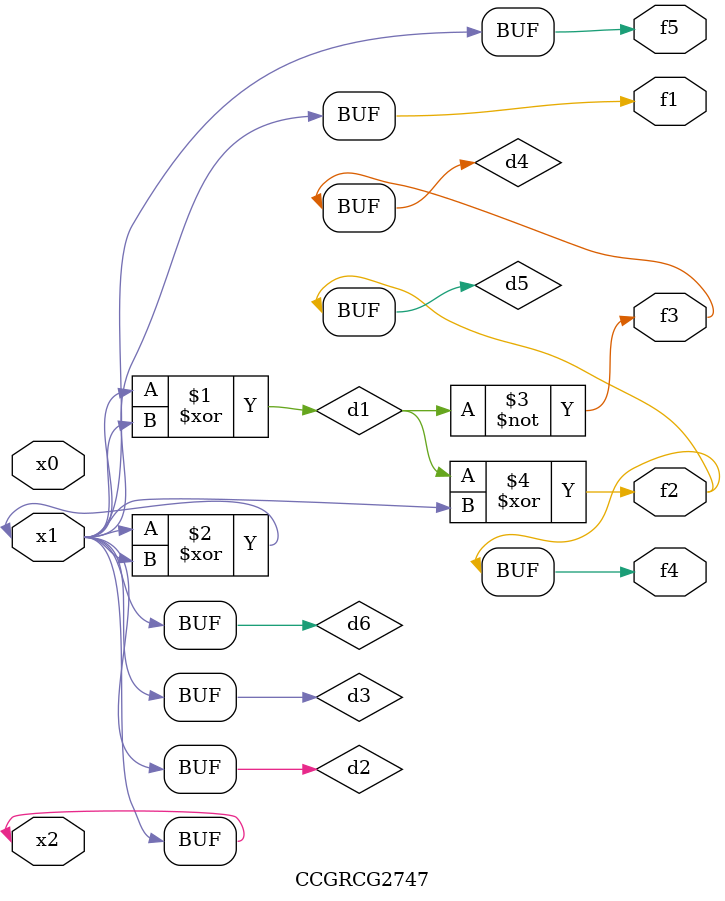
<source format=v>
module CCGRCG2747(
	input x0, x1, x2,
	output f1, f2, f3, f4, f5
);

	wire d1, d2, d3, d4, d5, d6;

	xor (d1, x1, x2);
	buf (d2, x1, x2);
	xor (d3, x1, x2);
	nor (d4, d1);
	xor (d5, d1, d2);
	buf (d6, d2, d3);
	assign f1 = d6;
	assign f2 = d5;
	assign f3 = d4;
	assign f4 = d5;
	assign f5 = d6;
endmodule

</source>
